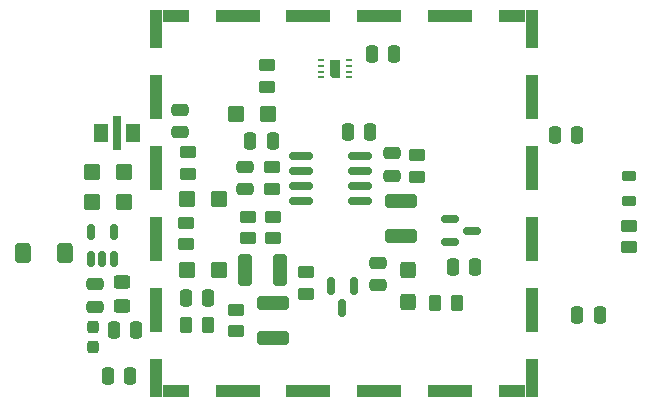
<source format=gbr>
%TF.GenerationSoftware,KiCad,Pcbnew,7.0.7-7.0.7~ubuntu23.04.1*%
%TF.CreationDate,2023-10-02T12:52:53+00:00*%
%TF.ProjectId,PIND02,50494e44-3032-42e6-9b69-6361645f7063,rev?*%
%TF.SameCoordinates,Original*%
%TF.FileFunction,Paste,Bot*%
%TF.FilePolarity,Positive*%
%FSLAX46Y46*%
G04 Gerber Fmt 4.6, Leading zero omitted, Abs format (unit mm)*
G04 Created by KiCad (PCBNEW 7.0.7-7.0.7~ubuntu23.04.1) date 2023-10-02 12:52:53*
%MOMM*%
%LPD*%
G01*
G04 APERTURE LIST*
G04 Aperture macros list*
%AMRoundRect*
0 Rectangle with rounded corners*
0 $1 Rounding radius*
0 $2 $3 $4 $5 $6 $7 $8 $9 X,Y pos of 4 corners*
0 Add a 4 corners polygon primitive as box body*
4,1,4,$2,$3,$4,$5,$6,$7,$8,$9,$2,$3,0*
0 Add four circle primitives for the rounded corners*
1,1,$1+$1,$2,$3*
1,1,$1+$1,$4,$5*
1,1,$1+$1,$6,$7*
1,1,$1+$1,$8,$9*
0 Add four rect primitives between the rounded corners*
20,1,$1+$1,$2,$3,$4,$5,0*
20,1,$1+$1,$4,$5,$6,$7,0*
20,1,$1+$1,$6,$7,$8,$9,0*
20,1,$1+$1,$8,$9,$2,$3,0*%
%AMFreePoly0*
4,1,6,0.450000,-0.800000,-0.180000,-0.800000,-0.450000,-0.530000,-0.450000,0.800000,0.450000,0.800000,0.450000,-0.800000,0.450000,-0.800000,$1*%
G04 Aperture macros list end*
%ADD10RoundRect,0.250000X0.475000X-0.250000X0.475000X0.250000X-0.475000X0.250000X-0.475000X-0.250000X0*%
%ADD11RoundRect,0.218750X0.381250X-0.218750X0.381250X0.218750X-0.381250X0.218750X-0.381250X-0.218750X0*%
%ADD12RoundRect,0.250000X0.450000X-0.325000X0.450000X0.325000X-0.450000X0.325000X-0.450000X-0.325000X0*%
%ADD13RoundRect,0.250000X0.450000X-0.262500X0.450000X0.262500X-0.450000X0.262500X-0.450000X-0.262500X0*%
%ADD14RoundRect,0.250000X-0.450000X0.262500X-0.450000X-0.262500X0.450000X-0.262500X0.450000X0.262500X0*%
%ADD15RoundRect,0.250000X0.250000X0.475000X-0.250000X0.475000X-0.250000X-0.475000X0.250000X-0.475000X0*%
%ADD16RoundRect,0.250000X-0.475000X0.250000X-0.475000X-0.250000X0.475000X-0.250000X0.475000X0.250000X0*%
%ADD17RoundRect,0.250000X-0.250000X-0.475000X0.250000X-0.475000X0.250000X0.475000X-0.250000X0.475000X0*%
%ADD18RoundRect,0.250000X0.400000X0.600000X-0.400000X0.600000X-0.400000X-0.600000X0.400000X-0.600000X0*%
%ADD19RoundRect,0.250000X-0.325000X-1.100000X0.325000X-1.100000X0.325000X1.100000X-0.325000X1.100000X0*%
%ADD20R,1.300000X1.500000*%
%ADD21R,0.700000X3.000000*%
%ADD22RoundRect,0.250000X-0.450000X-0.425000X0.450000X-0.425000X0.450000X0.425000X-0.450000X0.425000X0*%
%ADD23RoundRect,0.150000X-0.150000X0.587500X-0.150000X-0.587500X0.150000X-0.587500X0.150000X0.587500X0*%
%ADD24R,1.000000X1.000000*%
%ADD25R,1.000000X2.300000*%
%ADD26R,1.000000X3.800000*%
%ADD27R,2.300000X1.000000*%
%ADD28R,3.800000X1.000000*%
%ADD29RoundRect,0.250000X-1.100000X0.325000X-1.100000X-0.325000X1.100000X-0.325000X1.100000X0.325000X0*%
%ADD30FreePoly0,0.000000*%
%ADD31R,0.550000X0.250000*%
%ADD32RoundRect,0.150000X-0.587500X-0.150000X0.587500X-0.150000X0.587500X0.150000X-0.587500X0.150000X0*%
%ADD33RoundRect,0.250000X0.425000X-0.450000X0.425000X0.450000X-0.425000X0.450000X-0.425000X-0.450000X0*%
%ADD34RoundRect,0.150000X0.150000X-0.512500X0.150000X0.512500X-0.150000X0.512500X-0.150000X-0.512500X0*%
%ADD35RoundRect,0.250000X-0.262500X-0.450000X0.262500X-0.450000X0.262500X0.450000X-0.262500X0.450000X0*%
%ADD36RoundRect,0.250000X0.450000X0.425000X-0.450000X0.425000X-0.450000X-0.425000X0.450000X-0.425000X0*%
%ADD37RoundRect,0.150000X0.825000X0.150000X-0.825000X0.150000X-0.825000X-0.150000X0.825000X-0.150000X0*%
%ADD38RoundRect,0.237500X0.237500X-0.287500X0.237500X0.287500X-0.237500X0.287500X-0.237500X-0.287500X0*%
%ADD39RoundRect,0.250000X0.262500X0.450000X-0.262500X0.450000X-0.262500X-0.450000X0.262500X-0.450000X0*%
G04 APERTURE END LIST*
D10*
%TO.C,C22*%
X14478000Y16673000D03*
X14478000Y18573000D03*
%TD*%
D11*
%TO.C,L3*%
X59690001Y25607500D03*
X59690001Y27732500D03*
%TD*%
D10*
%TO.C,C3*%
X38481000Y18481000D03*
X38481000Y20381000D03*
%TD*%
D12*
%TO.C,L2*%
X16764000Y16755000D03*
X16764000Y18805000D03*
%TD*%
D10*
%TO.C,C20*%
X21717000Y31435000D03*
X21717000Y33335000D03*
%TD*%
D13*
%TO.C,R8*%
X26416000Y14581500D03*
X26416000Y16406500D03*
%TD*%
D14*
%TO.C,R12*%
X59690000Y23518500D03*
X59690000Y21693500D03*
%TD*%
D15*
%TO.C,C1*%
X57211000Y16002000D03*
X55311000Y16002000D03*
%TD*%
D16*
%TO.C,C8*%
X39624000Y29652000D03*
X39624000Y27752000D03*
%TD*%
D17*
%TO.C,C21*%
X16068000Y14732000D03*
X17968000Y14732000D03*
%TD*%
%TO.C,C11*%
X22164000Y17391000D03*
X24064000Y17391000D03*
%TD*%
D18*
%TO.C,D1*%
X11910000Y21209000D03*
X8410000Y21209000D03*
%TD*%
D14*
%TO.C,R10*%
X29464000Y28471500D03*
X29464000Y26646500D03*
%TD*%
D13*
%TO.C,R9*%
X29591000Y22455500D03*
X29591000Y24280500D03*
%TD*%
%TO.C,R6*%
X22225000Y21939500D03*
X22225000Y23764500D03*
%TD*%
D19*
%TO.C,C12*%
X27227000Y19812000D03*
X30177000Y19812000D03*
%TD*%
D20*
%TO.C,C19*%
X15005000Y31339000D03*
D21*
X16355000Y31339000D03*
D20*
X17705000Y31339000D03*
%TD*%
D22*
%TO.C,C10*%
X22272000Y19804000D03*
X24972000Y19804000D03*
%TD*%
D23*
%TO.C,Q1*%
X34483000Y18463500D03*
X36383000Y18463500D03*
X35433000Y16588500D03*
%TD*%
D22*
%TO.C,C23*%
X14243000Y28037000D03*
X16943000Y28037000D03*
%TD*%
D17*
%TO.C,C13*%
X35880000Y31496000D03*
X37780000Y31496000D03*
%TD*%
%TO.C,C17*%
X37912000Y38100000D03*
X39812000Y38100000D03*
%TD*%
D24*
%TO.C,M5*%
X51460000Y9500000D03*
D25*
X51460000Y11150000D03*
D26*
X51460000Y16400000D03*
X51460000Y22400000D03*
X51460000Y28400000D03*
X51460000Y34400000D03*
D25*
X51460000Y39650000D03*
D24*
X51460000Y41300000D03*
D27*
X49810000Y9500000D03*
X49810000Y41300000D03*
D28*
X44560000Y9500000D03*
X44560000Y41300000D03*
X38560000Y9500000D03*
X38560000Y41300000D03*
X32560000Y9500000D03*
X32560000Y41300000D03*
X26560000Y9500000D03*
X26560000Y41300000D03*
D27*
X21310000Y9500000D03*
X21310000Y41300000D03*
D24*
X19660000Y9500000D03*
D25*
X19660000Y11150000D03*
D26*
X19660000Y16400000D03*
X19660000Y22400000D03*
X19660000Y28400000D03*
X19660000Y34400000D03*
D25*
X19660000Y39650000D03*
D24*
X19660000Y41300000D03*
%TD*%
D29*
%TO.C,C15*%
X40386000Y25605000D03*
X40386000Y22655000D03*
%TD*%
D17*
%TO.C,C18*%
X44770000Y20066000D03*
X46670000Y20066000D03*
%TD*%
D30*
%TO.C,U3*%
X34798000Y36830000D03*
D31*
X33623000Y36080000D03*
X33623000Y36580000D03*
X33623000Y37080000D03*
X33623000Y37580000D03*
X35973000Y37580000D03*
X35973000Y37080000D03*
X35973000Y36580000D03*
X35973000Y36080000D03*
%TD*%
D13*
%TO.C,R5*%
X22352000Y27916500D03*
X22352000Y29741500D03*
%TD*%
D14*
%TO.C,R11*%
X27432000Y24280500D03*
X27432000Y22455500D03*
%TD*%
D32*
%TO.C,U2*%
X44528500Y22164000D03*
X44528500Y24064000D03*
X46403500Y23114000D03*
%TD*%
D22*
%TO.C,C9*%
X22272000Y25773000D03*
X24972000Y25773000D03*
%TD*%
D14*
%TO.C,R4*%
X41783000Y29487500D03*
X41783000Y27662500D03*
%TD*%
D15*
%TO.C,C6*%
X29525000Y30734000D03*
X27625000Y30734000D03*
%TD*%
D17*
%TO.C,C2*%
X15560000Y10795000D03*
X17460000Y10795000D03*
%TD*%
D33*
%TO.C,C4*%
X41021000Y17065000D03*
X41021000Y19765000D03*
%TD*%
D13*
%TO.C,R2*%
X29083000Y35282500D03*
X29083000Y37107500D03*
%TD*%
D34*
%TO.C,U4*%
X16063000Y20706500D03*
X15113000Y20706500D03*
X14163000Y20706500D03*
X14163000Y22981500D03*
X16063000Y22981500D03*
%TD*%
D35*
%TO.C,R1*%
X43283500Y17018000D03*
X45108500Y17018000D03*
%TD*%
D15*
%TO.C,C14*%
X55306000Y31242000D03*
X53406000Y31242000D03*
%TD*%
D36*
%TO.C,C7*%
X29163000Y33020000D03*
X26463000Y33020000D03*
%TD*%
D37*
%TO.C,U1*%
X36892000Y29464000D03*
X36892000Y28194000D03*
X36892000Y26924000D03*
X36892000Y25654000D03*
X31942000Y25654000D03*
X31942000Y26924000D03*
X31942000Y28194000D03*
X31942000Y29464000D03*
%TD*%
D22*
%TO.C,C24*%
X14243000Y25497000D03*
X16943000Y25497000D03*
%TD*%
D16*
%TO.C,C16*%
X27178000Y28509000D03*
X27178000Y26609000D03*
%TD*%
D13*
%TO.C,R3*%
X32385000Y17756500D03*
X32385000Y19581500D03*
%TD*%
D38*
%TO.C,L1*%
X14351000Y13222000D03*
X14351000Y14972000D03*
%TD*%
D29*
%TO.C,C5*%
X29591000Y16969000D03*
X29591000Y14019000D03*
%TD*%
D39*
%TO.C,R7*%
X24026500Y15105000D03*
X22201500Y15105000D03*
%TD*%
M02*

</source>
